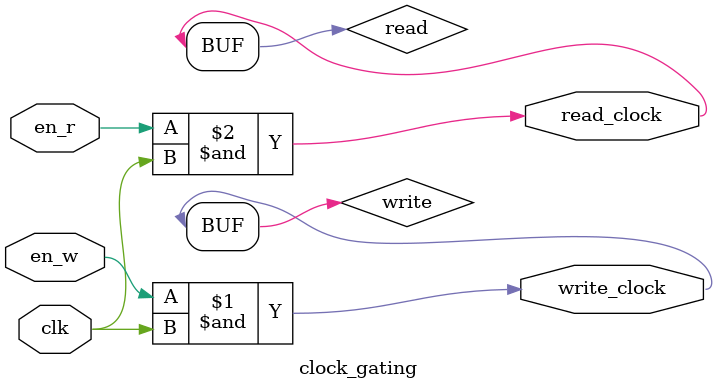
<source format=v>
module clock_gating (
    input en_w, en_r, clk,                  // signals that control the gated clock
    output wire write_clock,    // gated write clock
    output wire read_clock
);
    wire write;                        //to store the output of the and
    and(write, en_w, clk);               // create gated clock

    wire read;
    and(read, en_r, clk);

    assign write_clock = write;
    assign read_clock = read;
endmodule


</source>
